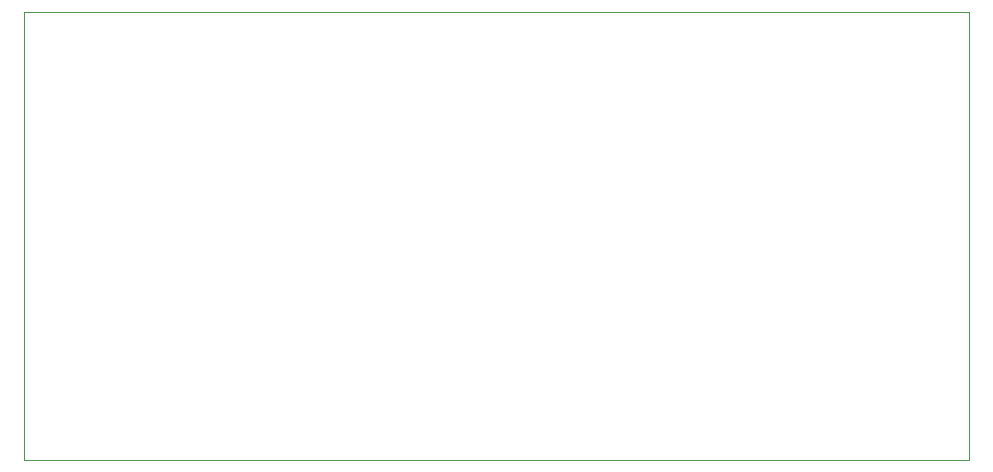
<source format=gbr>
G04 #@! TF.GenerationSoftware,KiCad,Pcbnew,(5.1.2)-2*
G04 #@! TF.CreationDate,2019-08-17T13:58:46+01:00*
G04 #@! TF.ProjectId,Sequencer,53657175-656e-4636-9572-2e6b69636164,rev?*
G04 #@! TF.SameCoordinates,Original*
G04 #@! TF.FileFunction,Profile,NP*
%FSLAX46Y46*%
G04 Gerber Fmt 4.6, Leading zero omitted, Abs format (unit mm)*
G04 Created by KiCad (PCBNEW (5.1.2)-2) date 2019-08-17 13:58:46*
%MOMM*%
%LPD*%
G04 APERTURE LIST*
%ADD10C,0.050000*%
G04 APERTURE END LIST*
D10*
X168000000Y-71000000D02*
X88000000Y-71000000D01*
X168000000Y-109000000D02*
X168000000Y-71000000D01*
X88000000Y-109000000D02*
X168000000Y-109000000D01*
X88000000Y-71000000D02*
X88000000Y-109000000D01*
M02*

</source>
